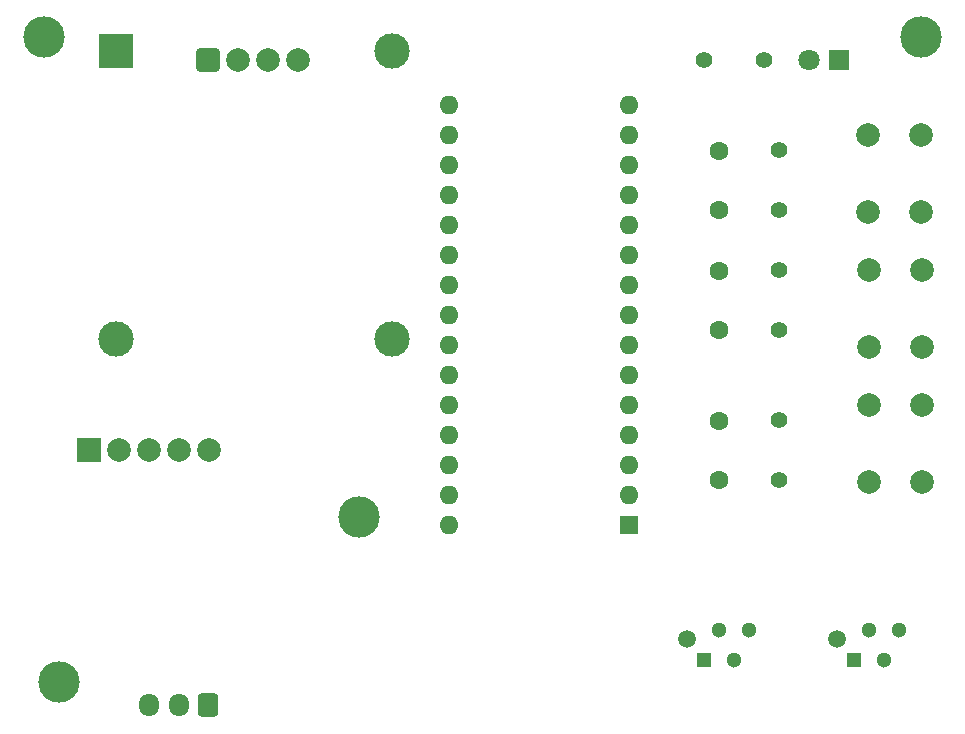
<source format=gts>
G04 #@! TF.GenerationSoftware,KiCad,Pcbnew,9.0.3*
G04 #@! TF.CreationDate,2025-07-11T17:18:18-05:00*
G04 #@! TF.ProjectId,Projects,50726f6a-6563-4747-932e-6b696361645f,11/07/2026*
G04 #@! TF.SameCoordinates,Original*
G04 #@! TF.FileFunction,Soldermask,Top*
G04 #@! TF.FilePolarity,Negative*
%FSLAX46Y46*%
G04 Gerber Fmt 4.6, Leading zero omitted, Abs format (unit mm)*
G04 Created by KiCad (PCBNEW 9.0.3) date 2025-07-11 17:18:18*
%MOMM*%
%LPD*%
G01*
G04 APERTURE LIST*
G04 Aperture macros list*
%AMRoundRect*
0 Rectangle with rounded corners*
0 $1 Rounding radius*
0 $2 $3 $4 $5 $6 $7 $8 $9 X,Y pos of 4 corners*
0 Add a 4 corners polygon primitive as box body*
4,1,4,$2,$3,$4,$5,$6,$7,$8,$9,$2,$3,0*
0 Add four circle primitives for the rounded corners*
1,1,$1+$1,$2,$3*
1,1,$1+$1,$4,$5*
1,1,$1+$1,$6,$7*
1,1,$1+$1,$8,$9*
0 Add four rect primitives between the rounded corners*
20,1,$1+$1,$2,$3,$4,$5,0*
20,1,$1+$1,$4,$5,$6,$7,0*
20,1,$1+$1,$6,$7,$8,$9,0*
20,1,$1+$1,$8,$9,$2,$3,0*%
G04 Aperture macros list end*
%ADD10C,3.500000*%
%ADD11R,2.000000X2.000000*%
%ADD12C,2.000000*%
%ADD13C,1.400000*%
%ADD14C,1.500000*%
%ADD15R,1.300000X1.300000*%
%ADD16C,1.300000*%
%ADD17C,1.600000*%
%ADD18R,1.600000X1.600000*%
%ADD19O,1.600000X1.600000*%
%ADD20RoundRect,0.250000X0.600000X0.725000X-0.600000X0.725000X-0.600000X-0.725000X0.600000X-0.725000X0*%
%ADD21O,1.700000X1.950000*%
%ADD22R,1.800000X1.800000*%
%ADD23C,1.800000*%
%ADD24R,3.000000X3.000000*%
%ADD25C,3.000000*%
%ADD26RoundRect,0.300000X-0.700000X-0.700000X0.700000X-0.700000X0.700000X0.700000X-0.700000X0.700000X0*%
G04 APERTURE END LIST*
D10*
X57150000Y-59055000D03*
X58420000Y-113665000D03*
X83820000Y-99695000D03*
X131445000Y-59055000D03*
D11*
X60960000Y-93980000D03*
D12*
X63500000Y-93980000D03*
X66040000Y-93980000D03*
X68580000Y-93980000D03*
X71120000Y-93980000D03*
D13*
X119380000Y-78740000D03*
X119380000Y-83820000D03*
D14*
X111630000Y-109960000D03*
D15*
X113030000Y-111760000D03*
D16*
X114300000Y-109220000D03*
X115570000Y-111760000D03*
X116840000Y-109220000D03*
D13*
X119380000Y-91440000D03*
X119380000Y-96520000D03*
X113030000Y-60960000D03*
X118110000Y-60960000D03*
X119380000Y-68580000D03*
X119380000Y-73660000D03*
D14*
X124330000Y-109960000D03*
D15*
X125730000Y-111760000D03*
D16*
X127000000Y-109220000D03*
X128270000Y-111760000D03*
X129540000Y-109220000D03*
D17*
X114300000Y-83820000D03*
X114300000Y-78820000D03*
D12*
X127000000Y-96670000D03*
X127000000Y-90170000D03*
X131500000Y-96670000D03*
X131500000Y-90170000D03*
D18*
X106680000Y-100330000D03*
D19*
X106680000Y-97790000D03*
X106680000Y-95250000D03*
X106680000Y-92710000D03*
X106680000Y-90170000D03*
X106680000Y-87630000D03*
X106680000Y-85090000D03*
X106680000Y-82550000D03*
X106680000Y-80010000D03*
X106680000Y-77470000D03*
X106680000Y-74930000D03*
X106680000Y-72390000D03*
X106680000Y-69850000D03*
X106680000Y-67310000D03*
X106680000Y-64770000D03*
X91440000Y-64770000D03*
X91440000Y-67310000D03*
X91440000Y-69850000D03*
X91440000Y-72390000D03*
X91440000Y-74930000D03*
X91440000Y-77470000D03*
X91440000Y-80010000D03*
X91440000Y-82550000D03*
X91440000Y-85090000D03*
X91440000Y-87630000D03*
X91440000Y-90170000D03*
X91440000Y-92710000D03*
X91440000Y-95250000D03*
X91440000Y-97790000D03*
X91440000Y-100330000D03*
D17*
X114300000Y-96520000D03*
X114300000Y-91520000D03*
D12*
X131445000Y-67310000D03*
X131445000Y-73810000D03*
X126945000Y-67310000D03*
X126945000Y-73810000D03*
D20*
X71080000Y-115570000D03*
D21*
X68580000Y-115570000D03*
X66080000Y-115570000D03*
D17*
X114300000Y-73660000D03*
X114300000Y-68660000D03*
D12*
X127000000Y-85240000D03*
X127000000Y-78740000D03*
X131500000Y-85240000D03*
X131500000Y-78740000D03*
D22*
X124460000Y-60960000D03*
D23*
X121920000Y-60960000D03*
D24*
X63246000Y-60198000D03*
D25*
X63246000Y-84582000D03*
X86614000Y-60198000D03*
X86614000Y-84582000D03*
D26*
X71069200Y-60960000D03*
D12*
X73609200Y-60960000D03*
X76149200Y-60960000D03*
X78689200Y-60960000D03*
M02*

</source>
